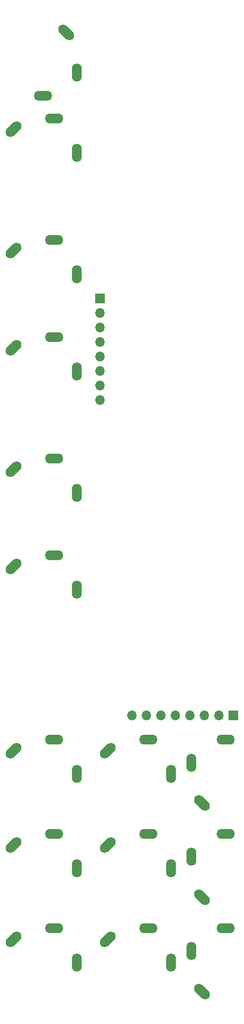
<source format=gts>
%TF.GenerationSoftware,KiCad,Pcbnew,9.0.0*%
%TF.CreationDate,2025-03-15T22:53:43+01:00*%
%TF.ProjectId,DMH_Multiverter_Mk2_PCB_Conn,444d485f-4d75-46c7-9469-766572746572,1*%
%TF.SameCoordinates,Original*%
%TF.FileFunction,Soldermask,Top*%
%TF.FilePolarity,Negative*%
%FSLAX46Y46*%
G04 Gerber Fmt 4.6, Leading zero omitted, Abs format (unit mm)*
G04 Created by KiCad (PCBNEW 9.0.0) date 2025-03-15 22:53:43*
%MOMM*%
%LPD*%
G01*
G04 APERTURE LIST*
G04 Aperture macros list*
%AMHorizOval*
0 Thick line with rounded ends*
0 $1 width*
0 $2 $3 position (X,Y) of the first rounded end (center of the circle)*
0 $4 $5 position (X,Y) of the second rounded end (center of the circle)*
0 Add line between two ends*
20,1,$1,$2,$3,$4,$5,0*
0 Add two circle primitives to create the rounded ends*
1,1,$1,$2,$3*
1,1,$1,$4,$5*%
G04 Aperture macros list end*
%ADD10HorizOval,1.712000X-0.533159X-0.533159X0.533159X0.533159X0*%
%ADD11O,1.712000X3.220000*%
%ADD12O,3.220000X1.712000*%
%ADD13HorizOval,1.712000X-0.533159X0.533159X0.533159X-0.533159X0*%
%ADD14R,1.700000X1.700000*%
%ADD15O,1.700000X1.700000*%
G04 APERTURE END LIST*
D10*
%TO.C,J10*%
X53903810Y-187653810D03*
D11*
X65000000Y-191750000D03*
D12*
X61000000Y-185750000D03*
%TD*%
D13*
%TO.C,J9*%
X86903810Y-180346190D03*
D12*
X91000000Y-169250000D03*
D11*
X85000000Y-173250000D03*
%TD*%
D10*
%TO.C,J6*%
X53903810Y-138903810D03*
D11*
X65000000Y-143000000D03*
D12*
X61000000Y-137000000D03*
%TD*%
D14*
%TO.C,J50*%
X69000000Y-92000000D03*
D15*
X69000000Y-94540000D03*
X69000000Y-97080000D03*
X69000000Y-99620000D03*
X69000000Y-102160000D03*
X69000000Y-104700000D03*
X69000000Y-107240000D03*
X69000000Y-109780000D03*
%TD*%
D13*
%TO.C,J1*%
X63096190Y-45403810D03*
D12*
X59000000Y-56500000D03*
D11*
X65000000Y-52500000D03*
%TD*%
D10*
%TO.C,J8*%
X70403810Y-171153810D03*
D11*
X81500000Y-175250000D03*
D12*
X77500000Y-169250000D03*
%TD*%
D10*
%TO.C,J7*%
X53903810Y-171153810D03*
D11*
X65000000Y-175250000D03*
D12*
X61000000Y-169250000D03*
%TD*%
D14*
%TO.C,J60*%
X92375000Y-164975000D03*
D15*
X89835000Y-164975000D03*
X87295000Y-164975000D03*
X84755000Y-164975000D03*
X82215000Y-164975000D03*
X79675000Y-164975000D03*
X77135000Y-164975000D03*
X74595000Y-164975000D03*
%TD*%
D10*
%TO.C,J11*%
X70403810Y-187653810D03*
D11*
X81500000Y-191750000D03*
D12*
X77500000Y-185750000D03*
%TD*%
D10*
%TO.C,J13*%
X53903810Y-204153810D03*
D11*
X65000000Y-208250000D03*
D12*
X61000000Y-202250000D03*
%TD*%
D13*
%TO.C,J15*%
X86903810Y-213346190D03*
D12*
X91000000Y-202250000D03*
D11*
X85000000Y-206250000D03*
%TD*%
D13*
%TO.C,J12*%
X86903810Y-196846190D03*
D12*
X91000000Y-185750000D03*
D11*
X85000000Y-189750000D03*
%TD*%
D10*
%TO.C,J5*%
X53903810Y-121903810D03*
D11*
X65000000Y-126000000D03*
D12*
X61000000Y-120000000D03*
%TD*%
D10*
%TO.C,J3*%
X53903810Y-83653810D03*
D11*
X65000000Y-87750000D03*
D12*
X61000000Y-81750000D03*
%TD*%
D10*
%TO.C,J4*%
X53903810Y-100653810D03*
D11*
X65000000Y-104750000D03*
D12*
X61000000Y-98750000D03*
%TD*%
D10*
%TO.C,J2*%
X53903810Y-62403810D03*
D11*
X65000000Y-66500000D03*
D12*
X61000000Y-60500000D03*
%TD*%
D10*
%TO.C,J14*%
X70403810Y-204153810D03*
D11*
X81500000Y-208250000D03*
D12*
X77500000Y-202250000D03*
%TD*%
M02*

</source>
